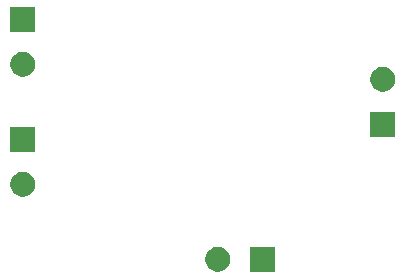
<source format=gbr>
G04 #@! TF.GenerationSoftware,KiCad,Pcbnew,(5.1.2)-1*
G04 #@! TF.CreationDate,2019-09-27T08:17:11+00:00*
G04 #@! TF.ProjectId,lilikitPCB,6c696c69-6b69-4745-9043-422e6b696361,V01*
G04 #@! TF.SameCoordinates,Original*
G04 #@! TF.FileFunction,Soldermask,Bot*
G04 #@! TF.FilePolarity,Negative*
%FSLAX46Y46*%
G04 Gerber Fmt 4.6, Leading zero omitted, Abs format (unit mm)*
G04 Created by KiCad (PCBNEW (5.1.2)-1) date 2019-09-27 08:17:11*
%MOMM*%
%LPD*%
G04 APERTURE LIST*
%ADD10C,0.100000*%
G04 APERTURE END LIST*
D10*
G36*
X105190490Y-109000490D02*
G01*
X103089510Y-109000490D01*
X103089510Y-106899510D01*
X105190490Y-106899510D01*
X105190490Y-109000490D01*
X105190490Y-109000490D01*
G37*
G36*
X100636416Y-106939879D02*
G01*
X100827592Y-107019067D01*
X100827594Y-107019068D01*
X100999648Y-107134031D01*
X101145969Y-107280352D01*
X101260933Y-107452408D01*
X101340121Y-107643584D01*
X101380490Y-107846534D01*
X101380490Y-108053466D01*
X101340121Y-108256416D01*
X101260933Y-108447592D01*
X101260932Y-108447594D01*
X101145969Y-108619648D01*
X100999648Y-108765969D01*
X100827594Y-108880932D01*
X100827593Y-108880933D01*
X100827592Y-108880933D01*
X100636416Y-108960121D01*
X100433466Y-109000490D01*
X100226534Y-109000490D01*
X100023584Y-108960121D01*
X99832408Y-108880933D01*
X99832407Y-108880933D01*
X99832406Y-108880932D01*
X99660352Y-108765969D01*
X99514031Y-108619648D01*
X99399068Y-108447594D01*
X99399067Y-108447592D01*
X99319879Y-108256416D01*
X99279510Y-108053466D01*
X99279510Y-107846534D01*
X99319879Y-107643584D01*
X99399067Y-107452408D01*
X99514031Y-107280352D01*
X99660352Y-107134031D01*
X99832406Y-107019068D01*
X99832408Y-107019067D01*
X100023584Y-106939879D01*
X100226534Y-106899510D01*
X100433466Y-106899510D01*
X100636416Y-106939879D01*
X100636416Y-106939879D01*
G37*
G36*
X84126416Y-100589879D02*
G01*
X84317592Y-100669067D01*
X84317594Y-100669068D01*
X84489648Y-100784031D01*
X84635969Y-100930352D01*
X84750933Y-101102408D01*
X84830121Y-101293584D01*
X84870490Y-101496534D01*
X84870490Y-101703466D01*
X84830121Y-101906416D01*
X84750933Y-102097592D01*
X84750932Y-102097594D01*
X84635969Y-102269648D01*
X84489648Y-102415969D01*
X84317594Y-102530932D01*
X84317593Y-102530933D01*
X84317592Y-102530933D01*
X84126416Y-102610121D01*
X83923466Y-102650490D01*
X83716534Y-102650490D01*
X83513584Y-102610121D01*
X83322408Y-102530933D01*
X83322407Y-102530933D01*
X83322406Y-102530932D01*
X83150352Y-102415969D01*
X83004031Y-102269648D01*
X82889068Y-102097594D01*
X82889067Y-102097592D01*
X82809879Y-101906416D01*
X82769510Y-101703466D01*
X82769510Y-101496534D01*
X82809879Y-101293584D01*
X82889067Y-101102408D01*
X83004031Y-100930352D01*
X83150352Y-100784031D01*
X83322406Y-100669068D01*
X83322408Y-100669067D01*
X83513584Y-100589879D01*
X83716534Y-100549510D01*
X83923466Y-100549510D01*
X84126416Y-100589879D01*
X84126416Y-100589879D01*
G37*
G36*
X84870490Y-98840490D02*
G01*
X82769510Y-98840490D01*
X82769510Y-96739510D01*
X84870490Y-96739510D01*
X84870490Y-98840490D01*
X84870490Y-98840490D01*
G37*
G36*
X115350490Y-97570490D02*
G01*
X113249510Y-97570490D01*
X113249510Y-95469510D01*
X115350490Y-95469510D01*
X115350490Y-97570490D01*
X115350490Y-97570490D01*
G37*
G36*
X114606416Y-91699879D02*
G01*
X114797592Y-91779067D01*
X114797594Y-91779068D01*
X114969648Y-91894031D01*
X115115969Y-92040352D01*
X115230933Y-92212408D01*
X115310121Y-92403584D01*
X115350490Y-92606534D01*
X115350490Y-92813466D01*
X115310121Y-93016416D01*
X115230933Y-93207592D01*
X115230932Y-93207594D01*
X115115969Y-93379648D01*
X114969648Y-93525969D01*
X114797594Y-93640932D01*
X114797593Y-93640933D01*
X114797592Y-93640933D01*
X114606416Y-93720121D01*
X114403466Y-93760490D01*
X114196534Y-93760490D01*
X113993584Y-93720121D01*
X113802408Y-93640933D01*
X113802407Y-93640933D01*
X113802406Y-93640932D01*
X113630352Y-93525969D01*
X113484031Y-93379648D01*
X113369068Y-93207594D01*
X113369067Y-93207592D01*
X113289879Y-93016416D01*
X113249510Y-92813466D01*
X113249510Y-92606534D01*
X113289879Y-92403584D01*
X113369067Y-92212408D01*
X113484031Y-92040352D01*
X113630352Y-91894031D01*
X113802406Y-91779068D01*
X113802408Y-91779067D01*
X113993584Y-91699879D01*
X114196534Y-91659510D01*
X114403466Y-91659510D01*
X114606416Y-91699879D01*
X114606416Y-91699879D01*
G37*
G36*
X84126416Y-90429879D02*
G01*
X84317592Y-90509067D01*
X84317594Y-90509068D01*
X84489648Y-90624031D01*
X84635969Y-90770352D01*
X84750933Y-90942408D01*
X84830121Y-91133584D01*
X84870490Y-91336534D01*
X84870490Y-91543466D01*
X84830121Y-91746416D01*
X84750933Y-91937592D01*
X84750932Y-91937594D01*
X84635969Y-92109648D01*
X84489648Y-92255969D01*
X84317594Y-92370932D01*
X84317593Y-92370933D01*
X84317592Y-92370933D01*
X84126416Y-92450121D01*
X83923466Y-92490490D01*
X83716534Y-92490490D01*
X83513584Y-92450121D01*
X83322408Y-92370933D01*
X83322407Y-92370933D01*
X83322406Y-92370932D01*
X83150352Y-92255969D01*
X83004031Y-92109648D01*
X82889068Y-91937594D01*
X82889067Y-91937592D01*
X82809879Y-91746416D01*
X82769510Y-91543466D01*
X82769510Y-91336534D01*
X82809879Y-91133584D01*
X82889067Y-90942408D01*
X83004031Y-90770352D01*
X83150352Y-90624031D01*
X83322406Y-90509068D01*
X83322408Y-90509067D01*
X83513584Y-90429879D01*
X83716534Y-90389510D01*
X83923466Y-90389510D01*
X84126416Y-90429879D01*
X84126416Y-90429879D01*
G37*
G36*
X84870490Y-88680490D02*
G01*
X82769510Y-88680490D01*
X82769510Y-86579510D01*
X84870490Y-86579510D01*
X84870490Y-88680490D01*
X84870490Y-88680490D01*
G37*
M02*

</source>
